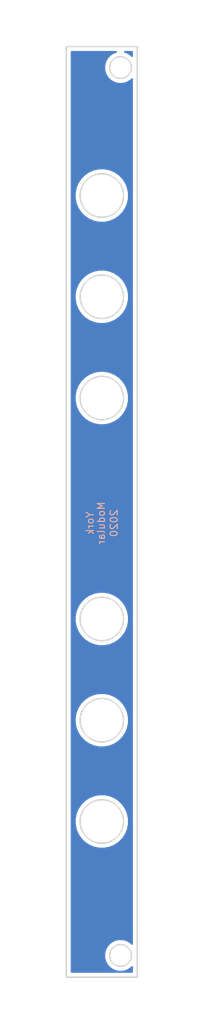
<source format=kicad_pcb>
(kicad_pcb (version 20171130) (host pcbnew 5.1.7-a382d34a8~87~ubuntu18.04.1)

  (general
    (thickness 1.6)
    (drawings 29)
    (tracks 0)
    (zones 0)
    (modules 0)
    (nets 1)
  )

  (page A4)
  (layers
    (0 F.Cu signal)
    (31 B.Cu signal)
    (32 B.Adhes user)
    (33 F.Adhes user)
    (34 B.Paste user)
    (35 F.Paste user)
    (36 B.SilkS user)
    (37 F.SilkS user)
    (38 B.Mask user)
    (39 F.Mask user)
    (40 Dwgs.User user)
    (41 Cmts.User user)
    (42 Eco1.User user)
    (43 Eco2.User user)
    (44 Edge.Cuts user)
    (45 Margin user)
    (46 B.CrtYd user)
    (47 F.CrtYd user)
    (48 B.Fab user)
    (49 F.Fab user)
  )

  (setup
    (last_trace_width 0.25)
    (trace_clearance 0.2)
    (zone_clearance 0.508)
    (zone_45_only no)
    (trace_min 0.2)
    (via_size 0.8)
    (via_drill 0.4)
    (via_min_size 0.4)
    (via_min_drill 0.3)
    (uvia_size 0.3)
    (uvia_drill 0.1)
    (uvias_allowed no)
    (uvia_min_size 0.2)
    (uvia_min_drill 0.1)
    (edge_width 0.05)
    (segment_width 0.2)
    (pcb_text_width 0.3)
    (pcb_text_size 1.5 1.5)
    (mod_edge_width 0.12)
    (mod_text_size 1 1)
    (mod_text_width 0.15)
    (pad_size 1.524 1.524)
    (pad_drill 0.762)
    (pad_to_mask_clearance 0.051)
    (solder_mask_min_width 0.25)
    (aux_axis_origin 0 0)
    (grid_origin 117.86633 166.023)
    (visible_elements FFFFFF7F)
    (pcbplotparams
      (layerselection 0x010fc_ffffffff)
      (usegerberextensions true)
      (usegerberattributes false)
      (usegerberadvancedattributes false)
      (creategerberjobfile false)
      (excludeedgelayer true)
      (linewidth 0.100000)
      (plotframeref false)
      (viasonmask false)
      (mode 1)
      (useauxorigin false)
      (hpglpennumber 1)
      (hpglpenspeed 20)
      (hpglpendiameter 15.000000)
      (psnegative false)
      (psa4output false)
      (plotreference true)
      (plotvalue true)
      (plotinvisibletext false)
      (padsonsilk false)
      (subtractmaskfromsilk false)
      (outputformat 1)
      (mirror false)
      (drillshape 0)
      (scaleselection 1)
      (outputdirectory "gerbers"))
  )

  (net 0 "")

  (net_class Default "This is the default net class."
    (clearance 0.2)
    (trace_width 0.25)
    (via_dia 0.8)
    (via_drill 0.4)
    (uvia_dia 0.3)
    (uvia_drill 0.1)
  )

  (gr_text OUT (at 122.6947 151.384) (layer F.Cu) (tstamp 5E6E13BF)
    (effects (font (size 2 2) (thickness 0.5)))
  )
  (gr_text OUT (at 122.682 137.668) (layer F.Cu) (tstamp 5E6E13BC)
    (effects (font (size 2 2) (thickness 0.5)))
  )
  (gr_text OUT (at 122.6947 123.4313) (layer F.Cu) (tstamp 5E6E13B9)
    (effects (font (size 2 2) (thickness 0.5)))
  )
  (gr_text OUT (at 122.682 92.964) (layer F.Cu) (tstamp 5E6E13B6)
    (effects (font (size 2 2) (thickness 0.5)))
  )
  (gr_text OUT (at 122.6693 79.248) (layer F.Cu) (tstamp 5E6E13B3)
    (effects (font (size 2 2) (thickness 0.5)))
  )
  (gr_text IN (at 122.682 65.278) (layer F.Cu) (tstamp 5E6E13B0)
    (effects (font (size 2 2) (thickness 0.5)))
  )
  (gr_text MULT (at 122.936 47.752) (layer F.Cu) (tstamp 5E6E13AA)
    (effects (font (size 3 2) (thickness 0.5)))
  )
  (gr_text 2020 (at 124.46 103.378 90) (layer B.SilkS)
    (effects (font (size 1 1) (thickness 0.15)) (justify mirror))
  )
  (gr_text Modular (at 122.682 103.378 90) (layer B.SilkS)
    (effects (font (size 1 1) (thickness 0.15)) (justify mirror))
  )
  (gr_text York (at 121.158 103.378 90) (layer B.SilkS)
    (effects (font (size 1 1) (thickness 0.15)) (justify mirror))
  )
  (gr_text MULT (at 122.936 47.752) (layer F.Mask) (tstamp 5E3C8103)
    (effects (font (size 3 2) (thickness 0.5)))
  )
  (gr_text IN (at 122.682 65.278) (layer F.Mask) (tstamp 5E3C80D0)
    (effects (font (size 2 2) (thickness 0.5)))
  )
  (gr_text OUT (at 122.682 79.248) (layer F.Mask) (tstamp 5E3C80AA)
    (effects (font (size 2 2) (thickness 0.5)))
  )
  (gr_text OUT (at 122.682 92.964) (layer F.Mask) (tstamp 5E3C80AA)
    (effects (font (size 2 2) (thickness 0.5)))
  )
  (gr_text OUT (at 122.682 123.444) (layer F.Mask) (tstamp 5E3C80AA)
    (effects (font (size 2 2) (thickness 0.5)))
  )
  (gr_text OUT (at 122.682 137.668) (layer F.Mask) (tstamp 5E3C808E)
    (effects (font (size 2 2) (thickness 0.5)))
  )
  (gr_text OUT (at 122.682 151.384) (layer F.Mask) (tstamp 5E3C808E)
    (effects (font (size 2 2) (thickness 0.5)))
  )
  (gr_circle (center 122.78133 58.178) (end 125.78133 58.178) (layer Edge.Cuts) (width 0.2))
  (gr_circle (center 125.36633 40.523) (end 126.86633 40.523) (layer Edge.Cuts) (width 0.2))
  (gr_circle (center 125.36633 163.023) (end 126.86633 163.023) (layer Edge.Cuts) (width 0.2))
  (gr_circle (center 122.78133 72.148) (end 125.78133 72.148) (layer Edge.Cuts) (width 0.2))
  (gr_circle (center 122.78133 116.598) (end 125.78133 116.598) (layer Edge.Cuts) (width 0.2))
  (gr_circle (center 122.78133 130.568) (end 125.78133 130.568) (layer Edge.Cuts) (width 0.2))
  (gr_line (start 127.68633 37.623) (end 127.68633 166.023) (layer Edge.Cuts) (width 0.2))
  (gr_line (start 127.68633 166.023) (end 117.86633 166.023) (layer Edge.Cuts) (width 0.2))
  (gr_line (start 117.86633 166.023) (end 117.86633 37.623) (layer Edge.Cuts) (width 0.2))
  (gr_line (start 117.86633 37.623) (end 127.68633 37.623) (layer Edge.Cuts) (width 0.2))
  (gr_circle (center 122.78133 144.538) (end 125.78133 144.538) (layer Edge.Cuts) (width 0.2))
  (gr_circle (center 122.78133 86.118) (end 125.78133 86.118) (layer Edge.Cuts) (width 0.2))

  (zone (net 0) (net_name "") (layer B.Cu) (tstamp 600056DF) (hatch edge 0.508)
    (connect_pads (clearance 0.508))
    (min_thickness 0.254)
    (fill yes (arc_segments 32) (thermal_gap 0.508) (thermal_bridge_width 0.508))
    (polygon
      (pts
        (xy 135.85 172.5) (xy 108.7 172.5) (xy 113.3 32.15) (xy 138.3 31.2)
      )
    )
    (filled_polygon
      (pts
        (xy 124.711738 38.3651) (xy 124.30333 38.534268) (xy 123.935773 38.779861) (xy 123.623191 39.092443) (xy 123.377598 39.46)
        (xy 123.20843 39.868408) (xy 123.122188 40.301971) (xy 123.122188 40.744029) (xy 123.20843 41.177592) (xy 123.377598 41.586)
        (xy 123.623191 41.953557) (xy 123.935773 42.266139) (xy 124.30333 42.511732) (xy 124.711738 42.6809) (xy 125.145301 42.767142)
        (xy 125.587359 42.767142) (xy 126.020922 42.6809) (xy 126.42933 42.511732) (xy 126.796887 42.266139) (xy 126.95133 42.111696)
        (xy 126.951331 161.434305) (xy 126.796887 161.279861) (xy 126.42933 161.034268) (xy 126.020922 160.8651) (xy 125.587359 160.778858)
        (xy 125.145301 160.778858) (xy 124.711738 160.8651) (xy 124.30333 161.034268) (xy 123.935773 161.279861) (xy 123.623191 161.592443)
        (xy 123.377598 161.96) (xy 123.20843 162.368408) (xy 123.122188 162.801971) (xy 123.122188 163.244029) (xy 123.20843 163.677592)
        (xy 123.377598 164.086) (xy 123.623191 164.453557) (xy 123.935773 164.766139) (xy 124.30333 165.011732) (xy 124.711738 165.1809)
        (xy 125.145301 165.267142) (xy 125.587359 165.267142) (xy 126.020922 165.1809) (xy 126.42933 165.011732) (xy 126.796887 164.766139)
        (xy 126.951331 164.611695) (xy 126.951331 165.288) (xy 118.60133 165.288) (xy 118.60133 144.169946) (xy 119.044411 144.169946)
        (xy 119.044411 144.906054) (xy 119.188019 145.628019) (xy 119.469716 146.308095) (xy 119.878676 146.920147) (xy 120.399183 147.440654)
        (xy 121.011235 147.849614) (xy 121.691311 148.131311) (xy 122.413276 148.274919) (xy 123.149384 148.274919) (xy 123.871349 148.131311)
        (xy 124.551425 147.849614) (xy 125.163477 147.440654) (xy 125.683984 146.920147) (xy 126.092944 146.308095) (xy 126.374641 145.628019)
        (xy 126.518249 144.906054) (xy 126.518249 144.169946) (xy 126.374641 143.447981) (xy 126.092944 142.767905) (xy 125.683984 142.155853)
        (xy 125.163477 141.635346) (xy 124.551425 141.226386) (xy 123.871349 140.944689) (xy 123.149384 140.801081) (xy 122.413276 140.801081)
        (xy 121.691311 140.944689) (xy 121.011235 141.226386) (xy 120.399183 141.635346) (xy 119.878676 142.155853) (xy 119.469716 142.767905)
        (xy 119.188019 143.447981) (xy 119.044411 144.169946) (xy 118.60133 144.169946) (xy 118.60133 130.199946) (xy 119.044411 130.199946)
        (xy 119.044411 130.936054) (xy 119.188019 131.658019) (xy 119.469716 132.338095) (xy 119.878676 132.950147) (xy 120.399183 133.470654)
        (xy 121.011235 133.879614) (xy 121.691311 134.161311) (xy 122.413276 134.304919) (xy 123.149384 134.304919) (xy 123.871349 134.161311)
        (xy 124.551425 133.879614) (xy 125.163477 133.470654) (xy 125.683984 132.950147) (xy 126.092944 132.338095) (xy 126.374641 131.658019)
        (xy 126.518249 130.936054) (xy 126.518249 130.199946) (xy 126.374641 129.477981) (xy 126.092944 128.797905) (xy 125.683984 128.185853)
        (xy 125.163477 127.665346) (xy 124.551425 127.256386) (xy 123.871349 126.974689) (xy 123.149384 126.831081) (xy 122.413276 126.831081)
        (xy 121.691311 126.974689) (xy 121.011235 127.256386) (xy 120.399183 127.665346) (xy 119.878676 128.185853) (xy 119.469716 128.797905)
        (xy 119.188019 129.477981) (xy 119.044411 130.199946) (xy 118.60133 130.199946) (xy 118.60133 116.229946) (xy 119.044411 116.229946)
        (xy 119.044411 116.966054) (xy 119.188019 117.688019) (xy 119.469716 118.368095) (xy 119.878676 118.980147) (xy 120.399183 119.500654)
        (xy 121.011235 119.909614) (xy 121.691311 120.191311) (xy 122.413276 120.334919) (xy 123.149384 120.334919) (xy 123.871349 120.191311)
        (xy 124.551425 119.909614) (xy 125.163477 119.500654) (xy 125.683984 118.980147) (xy 126.092944 118.368095) (xy 126.374641 117.688019)
        (xy 126.518249 116.966054) (xy 126.518249 116.229946) (xy 126.374641 115.507981) (xy 126.092944 114.827905) (xy 125.683984 114.215853)
        (xy 125.163477 113.695346) (xy 124.551425 113.286386) (xy 123.871349 113.004689) (xy 123.149384 112.861081) (xy 122.413276 112.861081)
        (xy 121.691311 113.004689) (xy 121.011235 113.286386) (xy 120.399183 113.695346) (xy 119.878676 114.215853) (xy 119.469716 114.827905)
        (xy 119.188019 115.507981) (xy 119.044411 116.229946) (xy 118.60133 116.229946) (xy 118.60133 85.749946) (xy 119.044411 85.749946)
        (xy 119.044411 86.486054) (xy 119.188019 87.208019) (xy 119.469716 87.888095) (xy 119.878676 88.500147) (xy 120.399183 89.020654)
        (xy 121.011235 89.429614) (xy 121.691311 89.711311) (xy 122.413276 89.854919) (xy 123.149384 89.854919) (xy 123.871349 89.711311)
        (xy 124.551425 89.429614) (xy 125.163477 89.020654) (xy 125.683984 88.500147) (xy 126.092944 87.888095) (xy 126.374641 87.208019)
        (xy 126.518249 86.486054) (xy 126.518249 85.749946) (xy 126.374641 85.027981) (xy 126.092944 84.347905) (xy 125.683984 83.735853)
        (xy 125.163477 83.215346) (xy 124.551425 82.806386) (xy 123.871349 82.524689) (xy 123.149384 82.381081) (xy 122.413276 82.381081)
        (xy 121.691311 82.524689) (xy 121.011235 82.806386) (xy 120.399183 83.215346) (xy 119.878676 83.735853) (xy 119.469716 84.347905)
        (xy 119.188019 85.027981) (xy 119.044411 85.749946) (xy 118.60133 85.749946) (xy 118.60133 71.779946) (xy 119.044411 71.779946)
        (xy 119.044411 72.516054) (xy 119.188019 73.238019) (xy 119.469716 73.918095) (xy 119.878676 74.530147) (xy 120.399183 75.050654)
        (xy 121.011235 75.459614) (xy 121.691311 75.741311) (xy 122.413276 75.884919) (xy 123.149384 75.884919) (xy 123.871349 75.741311)
        (xy 124.551425 75.459614) (xy 125.163477 75.050654) (xy 125.683984 74.530147) (xy 126.092944 73.918095) (xy 126.374641 73.238019)
        (xy 126.518249 72.516054) (xy 126.518249 71.779946) (xy 126.374641 71.057981) (xy 126.092944 70.377905) (xy 125.683984 69.765853)
        (xy 125.163477 69.245346) (xy 124.551425 68.836386) (xy 123.871349 68.554689) (xy 123.149384 68.411081) (xy 122.413276 68.411081)
        (xy 121.691311 68.554689) (xy 121.011235 68.836386) (xy 120.399183 69.245346) (xy 119.878676 69.765853) (xy 119.469716 70.377905)
        (xy 119.188019 71.057981) (xy 119.044411 71.779946) (xy 118.60133 71.779946) (xy 118.60133 57.809946) (xy 119.044411 57.809946)
        (xy 119.044411 58.546054) (xy 119.188019 59.268019) (xy 119.469716 59.948095) (xy 119.878676 60.560147) (xy 120.399183 61.080654)
        (xy 121.011235 61.489614) (xy 121.691311 61.771311) (xy 122.413276 61.914919) (xy 123.149384 61.914919) (xy 123.871349 61.771311)
        (xy 124.551425 61.489614) (xy 125.163477 61.080654) (xy 125.683984 60.560147) (xy 126.092944 59.948095) (xy 126.374641 59.268019)
        (xy 126.518249 58.546054) (xy 126.518249 57.809946) (xy 126.374641 57.087981) (xy 126.092944 56.407905) (xy 125.683984 55.795853)
        (xy 125.163477 55.275346) (xy 124.551425 54.866386) (xy 123.871349 54.584689) (xy 123.149384 54.441081) (xy 122.413276 54.441081)
        (xy 121.691311 54.584689) (xy 121.011235 54.866386) (xy 120.399183 55.275346) (xy 119.878676 55.795853) (xy 119.469716 56.407905)
        (xy 119.188019 57.087981) (xy 119.044411 57.809946) (xy 118.60133 57.809946) (xy 118.60133 38.358) (xy 124.747432 38.358)
      )
    )
    (filled_polygon
      (pts
        (xy 126.95133 38.934304) (xy 126.796887 38.779861) (xy 126.42933 38.534268) (xy 126.020922 38.3651) (xy 125.985228 38.358)
        (xy 126.95133 38.358)
      )
    )
  )
)

</source>
